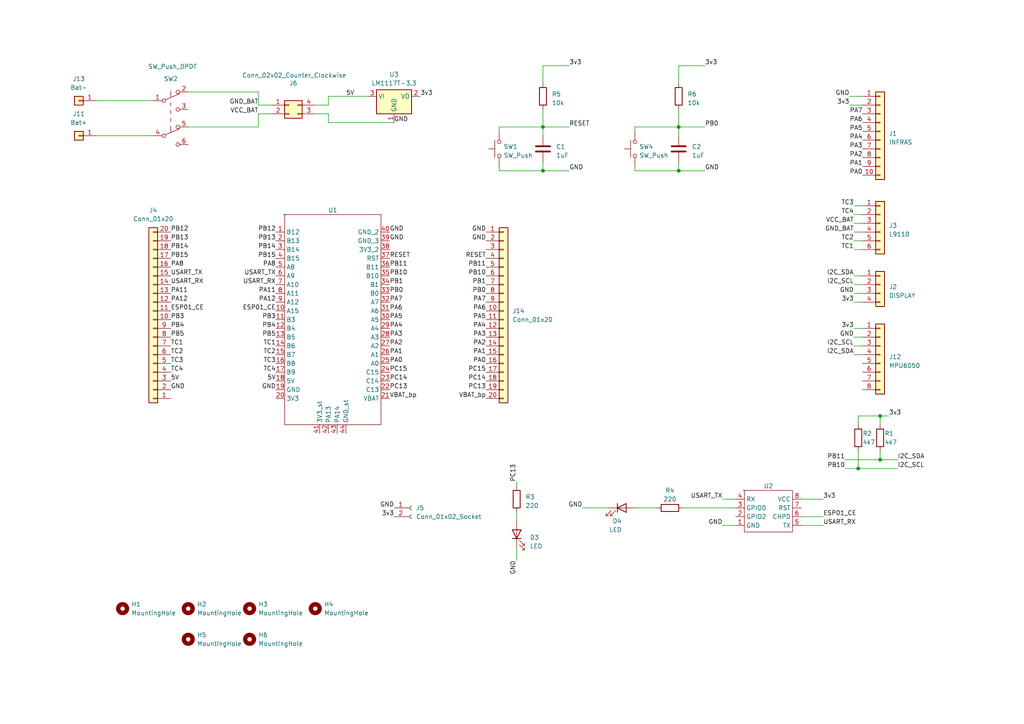
<source format=kicad_sch>
(kicad_sch (version 20231120) (generator "eeschema") (generator_version "8.0")
  (paper "A4")
  (lib_symbols
    (symbol "Connector:Conn_01x02_Socket" (pin_names (offset 1.016) hide)
      (property "Reference" "J" (at 0 2.54 0))
      (property "Value" "Conn_01x02_Socket" (at 0 -5.08 0))
      (symbol "Conn_01x02_Socket_1_1"
        (arc (start 0 -2.032) (mid -0.5058 -2.54) (end 0 -3.048) (stroke (width 0.1524)))
        (polyline (pts (xy -1.27 -2.54) (xy -0.508 -2.54)) (stroke (width 0.1524)))
        (polyline (pts (xy -1.27 0) (xy -0.508 0)) (stroke (width 0.1524)))
        (arc (start 0 0.508) (mid -0.5058 0) (end 0 -0.508) (stroke (width 0.1524)))
        (pin passive line (at -5.08 0 0) (length 3.81) (name "Pin_1") (number "1"))
        (pin passive line (at -5.08 -2.54 0) (length 3.81) (name "Pin_2") (number "2"))
      )
    )
    (symbol "Connector_Generic:Conn_01x01" (pin_names (offset 1.016) hide)
      (property "Reference" "J" (at 0 2.54 0))
      (property "Value" "Conn_01x01" (at 0 -2.54 0))
      (symbol "Conn_01x01_1_1"
        (rectangle (start -1.27 0.127) (end 0 -0.127) (stroke (width 0.1524)))
        (rectangle (start -1.27 1.27) (end 1.27 -1.27) (stroke (width 0.254)) (fill (type background)))
        (pin passive line (at -5.08 0 0) (length 3.81) (name "Pin_1") (number "1"))
      )
    )
    (symbol "Connector_Generic:Conn_01x04" (pin_names (offset 1.016) hide)
      (property "Reference" "J" (at 0 5.08 0))
      (property "Value" "Conn_01x04" (at 0 -7.62 0))
      (symbol "Conn_01x04_1_1"
        (rectangle (start -1.27 -4.953) (end 0 -5.207) (stroke (width 0.1524)))
        (rectangle (start -1.27 -2.413) (end 0 -2.667) (stroke (width 0.1524)))
        (rectangle (start -1.27 0.127) (end 0 -0.127) (stroke (width 0.1524)))
        (rectangle (start -1.27 2.667) (end 0 2.413) (stroke (width 0.1524)))
        (rectangle (start -1.27 3.81) (end 1.27 -6.35) (stroke (width 0.254)) (fill (type background)))
        (pin passive line (at -5.08 2.54 0) (length 3.81) (name "Pin_1") (number "1"))
        (pin passive line (at -5.08 0 0) (length 3.81) (name "Pin_2") (number "2"))
        (pin passive line (at -5.08 -2.54 0) (length 3.81) (name "Pin_3") (number "3"))
        (pin passive line (at -5.08 -5.08 0) (length 3.81) (name "Pin_4") (number "4"))
      )
    )
    (symbol "Connector_Generic:Conn_01x06" (pin_names (offset 1.016) hide)
      (property "Reference" "J" (at 0 7.62 0))
      (property "Value" "Conn_01x06" (at 0 -10.16 0))
      (symbol "Conn_01x06_1_1"
        (rectangle (start -1.27 -7.493) (end 0 -7.747) (stroke (width 0.1524)))
        (rectangle (start -1.27 -4.953) (end 0 -5.207) (stroke (width 0.1524)))
        (rectangle (start -1.27 -2.413) (end 0 -2.667) (stroke (width 0.1524)))
        (rectangle (start -1.27 0.127) (end 0 -0.127) (stroke (width 0.1524)))
        (rectangle (start -1.27 2.667) (end 0 2.413) (stroke (width 0.1524)))
        (rectangle (start -1.27 5.207) (end 0 4.953) (stroke (width 0.1524)))
        (rectangle (start -1.27 6.35) (end 1.27 -8.89) (stroke (width 0.254)) (fill (type background)))
        (pin passive line (at -5.08 5.08 0) (length 3.81) (name "Pin_1") (number "1"))
        (pin passive line (at -5.08 2.54 0) (length 3.81) (name "Pin_2") (number "2"))
        (pin passive line (at -5.08 0 0) (length 3.81) (name "Pin_3") (number "3"))
        (pin passive line (at -5.08 -2.54 0) (length 3.81) (name "Pin_4") (number "4"))
        (pin passive line (at -5.08 -5.08 0) (length 3.81) (name "Pin_5") (number "5"))
        (pin passive line (at -5.08 -7.62 0) (length 3.81) (name "Pin_6") (number "6"))
      )
    )
    (symbol "Connector_Generic:Conn_01x08" (pin_names (offset 1.016) hide)
      (property "Reference" "J" (at 0 10.16 0))
      (property "Value" "Conn_01x08" (at 0 -12.7 0))
      (symbol "Conn_01x08_1_1"
        (rectangle (start -1.27 -10.033) (end 0 -10.287) (stroke (width 0.1524)))
        (rectangle (start -1.27 -7.493) (end 0 -7.747) (stroke (width 0.1524)))
        (rectangle (start -1.27 -4.953) (end 0 -5.207) (stroke (width 0.1524)))
        (rectangle (start -1.27 -2.413) (end 0 -2.667) (stroke (width 0.1524)))
        (rectangle (start -1.27 0.127) (end 0 -0.127) (stroke (width 0.1524)))
        (rectangle (start -1.27 2.667) (end 0 2.413) (stroke (width 0.1524)))
        (rectangle (start -1.27 5.207) (end 0 4.953) (stroke (width 0.1524)))
        (rectangle (start -1.27 7.747) (end 0 7.493) (stroke (width 0.1524)))
        (rectangle (start -1.27 8.89) (end 1.27 -11.43) (stroke (width 0.254)) (fill (type background)))
        (pin passive line (at -5.08 7.62 0) (length 3.81) (name "Pin_1") (number "1"))
        (pin passive line (at -5.08 5.08 0) (length 3.81) (name "Pin_2") (number "2"))
        (pin passive line (at -5.08 2.54 0) (length 3.81) (name "Pin_3") (number "3"))
        (pin passive line (at -5.08 0 0) (length 3.81) (name "Pin_4") (number "4"))
        (pin passive line (at -5.08 -2.54 0) (length 3.81) (name "Pin_5") (number "5"))
        (pin passive line (at -5.08 -5.08 0) (length 3.81) (name "Pin_6") (number "6"))
        (pin passive line (at -5.08 -7.62 0) (length 3.81) (name "Pin_7") (number "7"))
        (pin passive line (at -5.08 -10.16 0) (length 3.81) (name "Pin_8") (number "8"))
      )
    )
    (symbol "Connector_Generic:Conn_01x10" (pin_names (offset 1.016) hide)
      (property "Reference" "J" (at 0 12.7 0))
      (property "Value" "Conn_01x10" (at 0 -15.24 0))
      (symbol "Conn_01x10_1_1"
        (rectangle (start -1.27 -12.573) (end 0 -12.827) (stroke (width 0.1524)))
        (rectangle (start -1.27 -10.033) (end 0 -10.287) (stroke (width 0.1524)))
        (rectangle (start -1.27 -7.493) (end 0 -7.747) (stroke (width 0.1524)))
        (rectangle (start -1.27 -4.953) (end 0 -5.207) (stroke (width 0.1524)))
        (rectangle (start -1.27 -2.413) (end 0 -2.667) (stroke (width 0.1524)))
        (rectangle (start -1.27 0.127) (end 0 -0.127) (stroke (width 0.1524)))
        (rectangle (start -1.27 2.667) (end 0 2.413) (stroke (width 0.1524)))
        (rectangle (start -1.27 5.207) (end 0 4.953) (stroke (width 0.1524)))
        (rectangle (start -1.27 7.747) (end 0 7.493) (stroke (width 0.1524)))
        (rectangle (start -1.27 10.287) (end 0 10.033) (stroke (width 0.1524)))
        (rectangle (start -1.27 11.43) (end 1.27 -13.97) (stroke (width 0.254)) (fill (type background)))
        (pin passive line (at -5.08 10.16 0) (length 3.81) (name "Pin_1") (number "1"))
        (pin passive line (at -5.08 -12.7 0) (length 3.81) (name "Pin_10") (number "10"))
        (pin passive line (at -5.08 7.62 0) (length 3.81) (name "Pin_2") (number "2"))
        (pin passive line (at -5.08 5.08 0) (length 3.81) (name "Pin_3") (number "3"))
        (pin passive line (at -5.08 2.54 0) (length 3.81) (name "Pin_4") (number "4"))
        (pin passive line (at -5.08 0 0) (length 3.81) (name "Pin_5") (number "5"))
        (pin passive line (at -5.08 -2.54 0) (length 3.81) (name "Pin_6") (number "6"))
        (pin passive line (at -5.08 -5.08 0) (length 3.81) (name "Pin_7") (number "7"))
        (pin passive line (at -5.08 -7.62 0) (length 3.81) (name "Pin_8") (number "8"))
        (pin passive line (at -5.08 -10.16 0) (length 3.81) (name "Pin_9") (number "9"))
      )
    )
    (symbol "Connector_Generic:Conn_01x20" (pin_names (offset 1.016) hide)
      (property "Reference" "J" (at 0 25.4 0))
      (property "Value" "Conn_01x20" (at 0 -27.94 0))
      (symbol "Conn_01x20_1_1"
        (rectangle (start -1.27 -25.273) (end 0 -25.527) (stroke (width 0.1524)))
        (rectangle (start -1.27 -22.733) (end 0 -22.987) (stroke (width 0.1524)))
        (rectangle (start -1.27 -20.193) (end 0 -20.447) (stroke (width 0.1524)))
        (rectangle (start -1.27 -17.653) (end 0 -17.907) (stroke (width 0.1524)))
        (rectangle (start -1.27 -15.113) (end 0 -15.367) (stroke (width 0.1524)))
        (rectangle (start -1.27 -12.573) (end 0 -12.827) (stroke (width 0.1524)))
        (rectangle (start -1.27 -10.033) (end 0 -10.287) (stroke (width 0.1524)))
        (rectangle (start -1.27 -7.493) (end 0 -7.747) (stroke (width 0.1524)))
        (rectangle (start -1.27 -4.953) (end 0 -5.207) (stroke (width 0.1524)))
        (rectangle (start -1.27 -2.413) (end 0 -2.667) (stroke (width 0.1524)))
        (rectangle (start -1.27 0.127) (end 0 -0.127) (stroke (width 0.1524)))
        (rectangle (start -1.27 2.667) (end 0 2.413) (stroke (width 0.1524)))
        (rectangle (start -1.27 5.207) (end 0 4.953) (stroke (width 0.1524)))
        (rectangle (start -1.27 7.747) (end 0 7.493) (stroke (width 0.1524)))
        (rectangle (start -1.27 10.287) (end 0 10.033) (stroke (width 0.1524)))
        (rectangle (start -1.27 12.827) (end 0 12.573) (stroke (width 0.1524)))
        (rectangle (start -1.27 15.367) (end 0 15.113) (stroke (width 0.1524)))
        (rectangle (start -1.27 17.907) (end 0 17.653) (stroke (width 0.1524)))
        (rectangle (start -1.27 20.447) (end 0 20.193) (stroke (width 0.1524)))
        (rectangle (start -1.27 22.987) (end 0 22.733) (stroke (width 0.1524)))
        (rectangle (start -1.27 24.13) (end 1.27 -26.67) (stroke (width 0.254)) (fill (type background)))
        (pin passive line (at -5.08 22.86 0) (length 3.81) (name "Pin_1") (number "1"))
        (pin passive line (at -5.08 0 0) (length 3.81) (name "Pin_10") (number "10"))
        (pin passive line (at -5.08 -2.54 0) (length 3.81) (name "Pin_11") (number "11"))
        (pin passive line (at -5.08 -5.08 0) (length 3.81) (name "Pin_12") (number "12"))
        (pin passive line (at -5.08 -7.62 0) (length 3.81) (name "Pin_13") (number "13"))
        (pin passive line (at -5.08 -10.16 0) (length 3.81) (name "Pin_14") (number "14"))
        (pin passive line (at -5.08 -12.7 0) (length 3.81) (name "Pin_15") (number "15"))
        (pin passive line (at -5.08 -15.24 0) (length 3.81) (name "Pin_16") (number "16"))
        (pin passive line (at -5.08 -17.78 0) (length 3.81) (name "Pin_17") (number "17"))
        (pin passive line (at -5.08 -20.32 0) (length 3.81) (name "Pin_18") (number "18"))
        (pin passive line (at -5.08 -22.86 0) (length 3.81) (name "Pin_19") (number "19"))
        (pin passive line (at -5.08 20.32 0) (length 3.81) (name "Pin_2") (number "2"))
        (pin passive line (at -5.08 -25.4 0) (length 3.81) (name "Pin_20") (number "20"))
        (pin passive line (at -5.08 17.78 0) (length 3.81) (name "Pin_3") (number "3"))
        (pin passive line (at -5.08 15.24 0) (length 3.81) (name "Pin_4") (number "4"))
        (pin passive line (at -5.08 12.7 0) (length 3.81) (name "Pin_5") (number "5"))
        (pin passive line (at -5.08 10.16 0) (length 3.81) (name "Pin_6") (number "6"))
        (pin passive line (at -5.08 7.62 0) (length 3.81) (name "Pin_7") (number "7"))
        (pin passive line (at -5.08 5.08 0) (length 3.81) (name "Pin_8") (number "8"))
        (pin passive line (at -5.08 2.54 0) (length 3.81) (name "Pin_9") (number "9"))
      )
    )
    (symbol "Connector_Generic:Conn_02x02_Counter_Clockwise" (pin_names (offset 1.016) hide)
      (property "Reference" "J" (at 1.27 2.54 0))
      (property "Value" "Conn_02x02_Counter_Clockwise" (at 1.27 -5.08 0))
      (symbol "Conn_02x02_Counter_Clockwise_1_1"
        (rectangle (start -1.27 -2.413) (end 0 -2.667) (stroke (width 0.1524)))
        (rectangle (start -1.27 0.127) (end 0 -0.127) (stroke (width 0.1524)))
        (rectangle (start -1.27 1.27) (end 3.81 -3.81) (stroke (width 0.254)) (fill (type background)))
        (rectangle (start 3.81 -2.413) (end 2.54 -2.667) (stroke (width 0.1524)))
        (rectangle (start 3.81 0.127) (end 2.54 -0.127) (stroke (width 0.1524)))
        (pin passive line (at -5.08 0 0) (length 3.81) (name "Pin_1") (number "1"))
        (pin passive line (at -5.08 -2.54 0) (length 3.81) (name "Pin_2") (number "2"))
        (pin passive line (at 7.62 -2.54 180) (length 3.81) (name "Pin_3") (number "3"))
        (pin passive line (at 7.62 0 180) (length 3.81) (name "Pin_4") (number "4"))
      )
    )
    (symbol "Device:C" (pin_numbers hide) (pin_names (offset 0.254))
      (property "Reference" "C" (at 0.635 2.54 0))
      (property "Value" "C" (at 0.635 -2.54 0))
      (symbol "C_0_1"
        (polyline (pts (xy -2.032 -0.762) (xy 2.032 -0.762)) (stroke (width 0.508)))
        (polyline (pts (xy -2.032 0.762) (xy 2.032 0.762)) (stroke (width 0.508)))
      )
      (symbol "C_1_1"
        (pin passive line (at 0 3.81 270) (length 2.794) (name "~") (number "1"))
        (pin passive line (at 0 -3.81 90) (length 2.794) (name "~") (number "2"))
      )
    )
    (symbol "Device:LED" (pin_numbers hide) (pin_names (offset 1.016) hide)
      (property "Reference" "D" (at 0 2.54 0))
      (property "Value" "LED" (at 0 -2.54 0))
      (symbol "LED_0_1"
        (polyline (pts (xy -1.27 -1.27) (xy -1.27 1.27)) (stroke (width 0.254)))
        (polyline (pts (xy -1.27 0) (xy 1.27 0)))
        (polyline (pts (xy 1.27 -1.27) (xy 1.27 1.27) (xy -1.27 0) (xy 1.27 -1.27)) (stroke (width 0.254)))
        (polyline (pts (xy -3.048 -0.762) (xy -4.572 -2.286) (xy -3.81 -2.286) (xy -4.572 -2.286) (xy -4.572 -1.524)))
        (polyline (pts (xy -1.778 -0.762) (xy -3.302 -2.286) (xy -2.54 -2.286) (xy -3.302 -2.286) (xy -3.302 -1.524)))
      )
      (symbol "LED_1_1"
        (pin passive line (at -3.81 0 0) (length 2.54) (name "K") (number "1"))
        (pin passive line (at 3.81 0 180) (length 2.54) (name "A") (number "2"))
      )
    )
    (symbol "Device:R" (pin_numbers hide) (pin_names (offset 0))
      (property "Reference" "R" (at 2.032 0 90))
      (property "Value" "R" (at 0 0 90))
      (symbol "R_0_1"
        (rectangle (start -1.016 -2.54) (end 1.016 2.54) (stroke (width 0.254)))
      )
      (symbol "R_1_1"
        (pin passive line (at 0 3.81 270) (length 1.27) (name "~") (number "1"))
        (pin passive line (at 0 -3.81 90) (length 1.27) (name "~") (number "2"))
      )
    )
    (symbol "German:MountingHole" (pin_names (offset 1.016))
      (property "Reference" "H" (at 0 5.08 0))
      (property "Value" "MountingHole" (at 0 3.175 0))
      (symbol "MountingHole_0_1"
        (circle (center 0 0) (radius 1.27) (stroke (width 1.27)))
      )
    )
    (symbol "Regulator_Linear:LM1117T-3.3"
      (property "Reference" "U" (at -3.81 3.175 0))
      (property "Value" "LM1117T-3.3" (at 0 3.175 0))
      (symbol "LM1117T-3.3_0_1"
        (rectangle (start -5.08 -5.08) (end 5.08 1.905) (stroke (width 0.254)) (fill (type background)))
      )
      (symbol "LM1117T-3.3_1_1"
        (pin power_in line (at 0 -7.62 90) (length 2.54) (name "GND") (number "1"))
        (pin power_out line (at 7.62 0 180) (length 2.54) (name "VO") (number "2"))
        (pin power_in line (at -7.62 0 0) (length 2.54) (name "VI") (number "3"))
      )
    )
    (symbol "SebaRe:Bluepill"
      (property "Reference" "U1" (at 13.97 1.27 0))
      (property "Value" "~" (at 0 0 0))
      (symbol "Bluepill_0_1"
        (rectangle (start 0 0) (end 27.94 -60.96))
      )
      (symbol "Bluepill_1_1"
        (pin bidirectional line (at -2.54 -5.08 0) (length 2.54) (name "B12") (number "1"))
        (pin bidirectional line (at -2.54 -27.94 0) (length 2.54) (name "A15") (number "10"))
        (pin bidirectional line (at -2.54 -30.48 0) (length 2.54) (name "B3") (number "11"))
        (pin bidirectional line (at -2.54 -33.02 0) (length 2.54) (name "B4") (number "12"))
        (pin bidirectional line (at -2.54 -35.56 0) (length 2.54) (name "B5") (number "13"))
        (pin bidirectional line (at -2.54 -38.1 0) (length 2.54) (name "B6") (number "14"))
        (pin bidirectional line (at -2.54 -40.64 0) (length 2.54) (name "B7") (number "15"))
        (pin bidirectional line (at -2.54 -43.18 0) (length 2.54) (name "B8") (number "16"))
        (pin bidirectional line (at -2.54 -45.72 0) (length 2.54) (name "B9") (number "17"))
        (pin bidirectional line (at -2.54 -48.26 0) (length 2.54) (name "5V") (number "18"))
        (pin bidirectional line (at -2.54 -50.8 0) (length 2.54) (name "GND") (number "19"))
        (pin bidirectional line (at -2.54 -7.62 0) (length 2.54) (name "B13") (number "2"))
        (pin bidirectional line (at -2.54 -53.34 0) (length 2.54) (name "3V3") (number "20"))
        (pin bidirectional line (at 30.48 -53.34 180) (length 2.54) (name "VBAT") (number "21"))
        (pin bidirectional line (at 30.48 -50.8 180) (length 2.54) (name "C13") (number "22"))
        (pin bidirectional line (at 30.48 -48.26 180) (length 2.54) (name "C14") (number "23"))
        (pin bidirectional line (at 30.48 -45.72 180) (length 2.54) (name "C15") (number "24"))
        (pin bidirectional line (at 30.48 -43.18 180) (length 2.54) (name "A0") (number "25"))
        (pin bidirectional line (at 30.48 -40.64 180) (length 2.54) (name "A1") (number "26"))
        (pin bidirectional line (at 30.48 -38.1 180) (length 2.54) (name "A2") (number "27"))
        (pin bidirectional line (at 30.48 -35.56 180) (length 2.54) (name "A3") (number "28"))
        (pin bidirectional line (at 30.48 -33.02 180) (length 2.54) (name "A4") (number "29"))
        (pin bidirectional line (at -2.54 -10.16 0) (length 2.54) (name "B14") (number "3"))
        (pin bidirectional line (at 30.48 -30.48 180) (length 2.54) (name "A5") (number "30"))
        (pin bidirectional line (at 30.48 -27.94 180) (length 2.54) (name "A6") (number "31"))
        (pin bidirectional line (at 30.48 -25.4 180) (length 2.54) (name "A7") (number "32"))
        (pin bidirectional line (at 30.48 -22.86 180) (length 2.54) (name "B0") (number "33"))
        (pin bidirectional line (at 30.48 -20.32 180) (length 2.54) (name "B1") (number "34"))
        (pin bidirectional line (at 30.48 -17.78 180) (length 2.54) (name "B10") (number "35"))
        (pin bidirectional line (at 30.48 -15.24 180) (length 2.54) (name "B11") (number "36"))
        (pin bidirectional line (at 30.48 -12.7 180) (length 2.54) (name "RST") (number "37"))
        (pin bidirectional line (at 30.48 -10.16 180) (length 2.54) (name "3V3_2") (number "38"))
        (pin bidirectional line (at 30.48 -7.62 180) (length 2.54) (name "GND_3") (number "39"))
        (pin bidirectional line (at -2.54 -12.7 0) (length 2.54) (name "B15") (number "4"))
        (pin bidirectional line (at 30.48 -5.08 180) (length 2.54) (name "GND_2") (number "40"))
        (pin bidirectional line (at 10.16 -63.5 90) (length 2.54) (name "3V3_st") (number "41"))
        (pin bidirectional line (at 12.7 -63.5 90) (length 2.54) (name "PA13") (number "42"))
        (pin bidirectional line (at 15.24 -63.5 90) (length 2.54) (name "PA14") (number "43"))
        (pin bidirectional line (at 17.78 -63.5 90) (length 2.54) (name "GND_st") (number "44"))
        (pin bidirectional line (at -2.54 -15.24 0) (length 2.54) (name "A8") (number "5"))
        (pin bidirectional line (at -2.54 -17.78 0) (length 2.54) (name "A9") (number "6"))
        (pin bidirectional line (at -2.54 -20.32 0) (length 2.54) (name "A10") (number "7"))
        (pin bidirectional line (at -2.54 -22.86 0) (length 2.54) (name "A11") (number "8"))
        (pin bidirectional line (at -2.54 -25.4 0) (length 2.54) (name "A12") (number "9"))
      )
    )
    (symbol "SebaRe:ESP01"
      (property "Reference" "U" (at 0 1.27 0))
      (symbol "ESP01_0_1"
        (rectangle (start 0 0) (end 13.97 -12.065))
      )
      (symbol "ESP01_1_1"
        (pin bidirectional line (at -2.54 -10.16 0) (length 2.54) (name "GND") (number "1"))
        (pin bidirectional line (at -2.54 -7.62 0) (length 2.54) (name "GPIO2") (number "2"))
        (pin bidirectional line (at -2.54 -5.08 0) (length 2.54) (name "GPIO0") (number "3"))
        (pin bidirectional line (at -2.54 -2.54 0) (length 2.54) (name "RX") (number "4"))
        (pin bidirectional line (at 16.51 -10.16 180) (length 2.54) (name "TX") (number "5"))
        (pin bidirectional line (at 16.51 -7.62 180) (length 2.54) (name "CHPD") (number "6"))
        (pin bidirectional line (at 16.51 -5.08 180) (length 2.54) (name "RST") (number "7"))
        (pin bidirectional line (at 16.51 -2.54 180) (length 2.54) (name "VCC") (number "8"))
      )
    )
    (symbol "Switch:SW_Push" (pin_numbers hide) (pin_names (offset 1.016) hide)
      (property "Reference" "SW" (at 1.27 2.54 0))
      (property "Value" "SW_Push" (at 0 -1.524 0))
      (symbol "SW_Push_0_1"
        (circle (center -2.032 0) (radius 0.508))
        (polyline (pts (xy 0 1.27) (xy 0 3.048)))
        (polyline (pts (xy 2.54 1.27) (xy -2.54 1.27)))
        (circle (center 2.032 0) (radius 0.508))
        (pin passive line (at -5.08 0 0) (length 2.54) (name "1") (number "1"))
        (pin passive line (at 5.08 0 180) (length 2.54) (name "2") (number "2"))
      )
    )
    (symbol "Switch:SW_Push_DPDT" (pin_names (offset 0) hide)
      (property "Reference" "SW2" (at 0 11.43 0))
      (property "Value" "SW_Push_DPDT" (at 0.508 14.986 0))
      (symbol "SW_Push_DPDT_0_0"
        (circle (center -2.032 -5.08) (radius 0.508))
        (circle (center -2.032 5.08) (radius 0.508))
        (circle (center 2.032 -7.62) (radius 0.508))
        (circle (center 2.032 2.54) (radius 0.508))
      )
      (symbol "SW_Push_DPDT_0_1"
        (polyline (pts (xy -1.524 -4.826) (xy 2.54 -3.048)))
        (polyline (pts (xy -1.524 5.334) (xy 2.54 7.112)))
        (polyline (pts (xy 0 -2.286) (xy 0 -4.064)))
        (polyline (pts (xy 0 -1.016) (xy 0 0)))
        (polyline (pts (xy 0 1.27) (xy 0 2.286)))
        (polyline (pts (xy 0 3.556) (xy 0 4.572)))
        (polyline (pts (xy 0 7.874) (xy 0 6.096)))
        (circle (center 2.032 -2.54) (radius 0.508))
        (circle (center 2.032 7.62) (radius 0.508))
      )
      (symbol "SW_Push_DPDT_1_1"
        (pin passive line (at -5.08 5.08 0) (length 2.54) (name "B") (number "1"))
        (pin passive line (at 5.08 7.62 180) (length 2.54) (name "A") (number "2"))
        (pin passive line (at 5.08 2.54 180) (length 2.54) (name "C") (number "3"))
        (pin passive line (at -5.08 -5.08 0) (length 2.54) (name "B") (number "4"))
        (pin passive line (at 5.08 -2.54 180) (length 2.54) (name "A") (number "5"))
        (pin passive line (at 5.08 -7.62 180) (length 2.54) (name "C") (number "6"))
      )
    )
  )
  (junction (at 196.85 36.83))
  (junction (at 248.92 135.89))
  (junction (at 196.85 49.53))
  (junction (at 255.27 120.65))
  (junction (at 157.48 36.83))
  (junction (at 255.27 133.35))
  (junction (at 157.48 49.53))
  (wire (pts (xy 247.65 69.85) (xy 250.19 69.85)))
  (wire (pts (xy 209.55 152.4) (xy 213.36 152.4)))
  (wire (pts (xy 198.12 147.32) (xy 213.36 147.32)))
  (wire (pts (xy 54.61 36.83) (xy 74.93 36.83)))
  (wire (pts (xy 255.27 120.65) (xy 248.92 120.65)))
  (wire (pts (xy 247.65 95.25) (xy 250.19 95.25)))
  (wire (pts (xy 247.65 102.87) (xy 250.19 102.87)))
  (wire (pts (xy 165.1 36.83) (xy 157.48 36.83)))
  (wire (pts (xy 248.92 135.89) (xy 260.35 135.89)))
  (wire (pts (xy 247.65 100.33) (xy 250.19 100.33)))
  (wire (pts (xy 246.38 27.94) (xy 250.19 27.94)))
  (wire (pts (xy 74.93 26.67) (xy 74.93 30.48)))
  (wire (pts (xy 157.48 19.05) (xy 157.48 24.13)))
  (wire (pts (xy 95.25 30.48) (xy 95.25 27.94)))
  (wire (pts (xy 91.44 33.02) (xy 95.25 33.02)))
  (wire (pts (xy 248.92 130.81) (xy 248.92 135.89)))
  (wire (pts (xy 257.81 120.65) (xy 255.27 120.65)))
  (wire (pts (xy 184.15 49.53) (xy 196.85 49.53)))
  (wire (pts (xy 245.11 135.89) (xy 248.92 135.89)))
  (wire (pts (xy 149.86 139.7) (xy 149.86 140.97)))
  (wire (pts (xy 74.93 33.02) (xy 74.93 36.83)))
  (wire (pts (xy 184.15 36.83) (xy 196.85 36.83)))
  (wire (pts (xy 247.65 64.77) (xy 250.19 64.77)))
  (wire (pts (xy 95.25 27.94) (xy 106.68 27.94)))
  (wire (pts (xy 246.38 30.48) (xy 250.19 30.48)))
  (wire (pts (xy 196.85 31.75) (xy 196.85 36.83)))
  (wire (pts (xy 144.78 36.83) (xy 144.78 38.1)))
  (wire (pts (xy 184.15 147.32) (xy 190.5 147.32)))
  (wire (pts (xy 245.11 133.35) (xy 255.27 133.35)))
  (wire (pts (xy 144.78 36.83) (xy 157.48 36.83)))
  (wire (pts (xy 157.48 46.99) (xy 157.48 49.53)))
  (wire (pts (xy 247.65 85.09) (xy 250.19 85.09)))
  (wire (pts (xy 247.65 72.39) (xy 250.19 72.39)))
  (wire (pts (xy 157.48 31.75) (xy 157.48 36.83)))
  (wire (pts (xy 184.15 48.26) (xy 184.15 49.53)))
  (wire (pts (xy 196.85 36.83) (xy 196.85 39.37)))
  (wire (pts (xy 196.85 46.99) (xy 196.85 49.53)))
  (wire (pts (xy 27.94 39.37) (xy 44.45 39.37)))
  (wire (pts (xy 255.27 133.35) (xy 260.35 133.35)))
  (wire (pts (xy 157.48 36.83) (xy 157.48 39.37)))
  (wire (pts (xy 255.27 120.65) (xy 255.27 123.19)))
  (wire (pts (xy 247.65 97.79) (xy 250.19 97.79)))
  (wire (pts (xy 204.47 49.53) (xy 196.85 49.53)))
  (wire (pts (xy 78.74 33.02) (xy 74.93 33.02)))
  (wire (pts (xy 247.65 87.63) (xy 250.19 87.63)))
  (wire (pts (xy 196.85 19.05) (xy 196.85 24.13)))
  (wire (pts (xy 149.86 162.56) (xy 149.86 158.75)))
  (wire (pts (xy 95.25 33.02) (xy 95.25 35.56)))
  (wire (pts (xy 149.86 148.59) (xy 149.86 151.13)))
  (wire (pts (xy 27.94 29.21) (xy 44.45 29.21)))
  (wire (pts (xy 204.47 19.05) (xy 196.85 19.05)))
  (wire (pts (xy 165.1 49.53) (xy 157.48 49.53)))
  (wire (pts (xy 238.76 152.4) (xy 232.41 152.4)))
  (wire (pts (xy 238.76 144.78) (xy 232.41 144.78)))
  (wire (pts (xy 204.47 36.83) (xy 196.85 36.83)))
  (wire (pts (xy 78.74 30.48) (xy 74.93 30.48)))
  (wire (pts (xy 247.65 67.31) (xy 250.19 67.31)))
  (wire (pts (xy 165.1 19.05) (xy 157.48 19.05)))
  (wire (pts (xy 209.55 144.78) (xy 213.36 144.78)))
  (wire (pts (xy 144.78 49.53) (xy 157.48 49.53)))
  (wire (pts (xy 247.65 80.01) (xy 250.19 80.01)))
  (wire (pts (xy 144.78 48.26) (xy 144.78 49.53)))
  (wire (pts (xy 184.15 36.83) (xy 184.15 38.1)))
  (wire (pts (xy 54.61 26.67) (xy 74.93 26.67)))
  (wire (pts (xy 247.65 82.55) (xy 250.19 82.55)))
  (wire (pts (xy 247.65 59.69) (xy 250.19 59.69)))
  (wire (pts (xy 247.65 62.23) (xy 250.19 62.23)))
  (wire (pts (xy 255.27 130.81) (xy 255.27 133.35)))
  (wire (pts (xy 238.76 149.86) (xy 232.41 149.86)))
  (wire (pts (xy 91.44 30.48) (xy 95.25 30.48)))
  (wire (pts (xy 95.25 35.56) (xy 114.3 35.56)))
  (wire (pts (xy 248.92 120.65) (xy 248.92 123.19)))
  (wire (pts (xy 168.91 147.32) (xy 176.53 147.32)))
  (label "PB4" (at 80.01 95.25 180))
  (label "PA2" (at 140.97 100.33 180))
  (label "PA4" (at 140.97 95.25 180))
  (label "3v3" (at 247.65 95.25 180))
  (label "PA0" (at 250.19 50.8 180))
  (label "TC3" (at 247.65 59.69 180))
  (label "PA8" (at 80.01 77.47 180))
  (label "PB5" (at 80.01 97.79 180))
  (label "I2C_SDA" (at 247.65 80.01 180))
  (label "GND" (at 114.3 147.32 180))
  (label "3v3" (at 204.47 19.05 0))
  (label "TC1" (at 49.53 100.33 0))
  (label "PB3" (at 49.53 92.71 0))
  (label "RESET" (at 113.03 74.93 0))
  (label "PA4" (at 113.03 95.25 0))
  (label "GND" (at 113.03 67.31 0))
  (label "GND" (at 113.03 69.85 0))
  (label "3v3" (at 238.76 144.78 0))
  (label "I2C_SCL" (at 260.35 135.89 0))
  (label "PB0" (at 140.97 85.09 180))
  (label "TC3" (at 80.01 105.41 180))
  (label "PC13" (at 140.97 113.03 180))
  (label "ESP01_CE" (at 80.01 90.17 180))
  (label "TC4" (at 49.53 107.95 0))
  (label "3v3" (at 165.1 19.05 0))
  (label "PC14" (at 113.03 110.49 0))
  (label "3v3" (at 114.3 149.86 180))
  (label "GND" (at 165.1 49.53 0))
  (label "I2C_SDA" (at 247.65 102.87 180))
  (label "VBAT_bp" (at 140.97 115.57 180))
  (label "3v3" (at 247.65 87.63 180))
  (label "TC4" (at 80.01 107.95 180))
  (label "GND" (at 246.38 27.94 180))
  (label "GND" (at 114.3 35.56 0))
  (label "PB10" (at 140.97 80.01 180))
  (label "PA7" (at 140.97 87.63 180))
  (label "PA4" (at 250.19 40.64 180))
  (label "PB11" (at 113.03 77.47 0))
  (label "PA8" (at 49.53 77.47 0))
  (label "PA0" (at 113.03 105.41 0))
  (label "PB11" (at 140.97 77.47 180))
  (label "PA6" (at 140.97 90.17 180))
  (label "GND" (at 49.53 113.03 0))
  (label "USART_RX" (at 238.76 152.4 0))
  (label "5V" (at 49.53 110.49 0))
  (label "PB13" (at 80.01 69.85 180))
  (label "PA3" (at 140.97 97.79 180))
  (label "I2C_SDA" (at 260.35 133.35 0))
  (label "PB5" (at 49.53 97.79 0))
  (label "ESP01_CE" (at 238.76 149.86 0))
  (label "PA1" (at 113.03 102.87 0))
  (label "PA5" (at 113.03 92.71 0))
  (label "VCC_BAT" (at 247.65 64.77 180))
  (label "PB14" (at 80.01 72.39 180))
  (label "PB4" (at 49.53 95.25 0))
  (label "PB15" (at 80.01 74.93 180))
  (label "TC1" (at 247.65 72.39 180))
  (label "PA3" (at 250.19 43.18 180))
  (label "3v3" (at 257.81 120.65 0))
  (label "5V" (at 100.33 27.94 0))
  (label "PB0" (at 113.03 85.09 0))
  (label "TC2" (at 80.01 102.87 180))
  (label "TC2" (at 49.53 102.87 0))
  (label "PA11" (at 80.01 85.09 180))
  (label "PB15" (at 49.53 74.93 0))
  (label "PC13" (at 149.86 139.7 90))
  (label "PB1" (at 113.03 82.55 0))
  (label "PA7" (at 113.03 87.63 0))
  (label "USART_TX" (at 80.01 80.01 180))
  (label "GND" (at 247.65 85.09 180))
  (label "GND" (at 140.97 69.85 180))
  (label "VCC_BAT" (at 74.93 33.02 180))
  (label "PA1" (at 250.19 48.26 180))
  (label "3v3" (at 121.92 27.94 0))
  (label "PA0" (at 140.97 105.41 180))
  (label "GND" (at 209.55 152.4 180))
  (label "VBAT_bp" (at 113.03 115.57 0))
  (label "PB10" (at 113.03 80.01 0))
  (label "TC3" (at 49.53 105.41 0))
  (label "GND" (at 247.65 97.79 180))
  (label "TC1" (at 80.01 100.33 180))
  (label "TC2" (at 247.65 69.85 180))
  (label "PB13" (at 49.53 69.85 0))
  (label "PB10" (at 245.11 135.89 180))
  (label "PB12" (at 49.53 67.31 0))
  (label "PB11" (at 245.11 133.35 180))
  (label "PA3" (at 113.03 97.79 0))
  (label "PA2" (at 250.19 45.72 180))
  (label "GND_BAT" (at 247.65 67.31 180))
  (label "PA12" (at 49.53 87.63 0))
  (label "PA7" (at 250.19 33.02 180))
  (label "I2C_SCL" (at 247.65 100.33 180))
  (label "PC13" (at 113.03 113.03 0))
  (label "GND" (at 168.91 147.32 180))
  (label "GND" (at 140.97 67.31 180))
  (label "3v3" (at 246.38 30.48 180))
  (label "USART_RX" (at 49.53 82.55 0))
  (label "PC15" (at 113.03 107.95 0))
  (label "USART_TX" (at 209.55 144.78 180))
  (label "PB3" (at 80.01 92.71 180))
  (label "PA1" (at 140.97 102.87 180))
  (label "ESP01_CE" (at 49.53 90.17 0))
  (label "PA6" (at 113.03 90.17 0))
  (label "PC15" (at 140.97 107.95 180))
  (label "PC14" (at 140.97 110.49 180))
  (label "PA2" (at 113.03 100.33 0))
  (label "GND" (at 204.47 49.53 0))
  (label "PB12" (at 80.01 67.31 180))
  (label "GND_BAT" (at 74.93 30.48 180))
  (label "GND" (at 149.86 162.56 270))
  (label "PA6" (at 250.19 35.56 180))
  (label "RESET" (at 165.1 36.83 0))
  (label "PB1" (at 140.97 82.55 180))
  (label "PB0" (at 204.47 36.83 0))
  (label "TC4" (at 247.65 62.23 180))
  (label "USART_RX" (at 80.01 82.55 180))
  (label "USART_TX" (at 49.53 80.01 0))
  (label "PA11" (at 49.53 85.09 0))
  (label "RESET" (at 140.97 74.93 180))
  (label "PA12" (at 80.01 87.63 180))
  (label "5V" (at 80.01 110.49 180))
  (label "PA5" (at 250.19 38.1 180))
  (label "GND" (at 80.01 113.03 180))
  (label "PA5" (at 140.97 92.71 180))
  (label "I2C_SCL" (at 247.65 82.55 180))
  (label "PB14" (at 49.53 72.39 0))
  (symbol (lib_id "Connector_Generic:Conn_01x20") (at 44.45 92.71 180) (unit 1)
    (property "Reference" "J4" (at 44.45 60.96 0))
    (property "Value" "Conn_01x20" (at 44.45 63.5 0))
    (property "Footprint" "Connector_PinSocket_2.54mm:PinSocket_1x20_P2.54mm_Vertical" (effects (hide yes)))
    (property "Description" "Generic connector, single row, 01x20, script generated (kicad-library-utils/schlib/autogen/connector/)" (effects (hide yes)))
  )
  (symbol (lib_id "Regulator_Linear:LM1117T-3.3") (at 114.3 27.94 0) (unit 1)
    (property "Reference" "U3" (at 114.3 21.59 0))
    (property "Value" "LM1117T-3.3" (at 114.3 24.13 0))
    (property "Footprint" "Package_TO_SOT_THT:TO-220-3_Vertical" (effects (hide yes)))
    (property "Datasheet" "http://www.ti.com/lit/ds/symlink/lm1117.pdf" (effects (hide yes)))
    (property "Description" "800mA Low-Dropout Linear Regulator, 3.3V fixed output, TO-220" (effects (hide yes)))
  )
  (symbol (lib_id "Connector_Generic:Conn_01x01") (at 22.86 39.37 0) (mirror y) (unit 1)
    (property "Reference" "J11" (at 22.86 33.02 0))
    (property "Value" "Bat+" (at 22.86 35.56 0))
    (property "Footprint" "Connector_PinSocket_2.54mm:PinSocket_1x01_P2.54mm_Vertical" (effects (hide yes)))
    (property "Description" "Generic connector, single row, 01x01, script generated (kicad-library-utils/schlib/autogen/connector/)" (effects (hide yes)))
  )
  (symbol (lib_id "German:MountingHole") (at 54.61 185.42 0) (unit 1)
    (property "Reference" "H5" (at 57.15 184.1499 0) (effects (justify left)))
    (property "Value" "MountingHole" (at 57.15 186.6899 0) (effects (justify left)))
    (property "Footprint" "MountingHole:MountingHole_3.2mm_M3" (effects (hide yes)))
    (property "Description" "Mounting Hole without connection" (effects (hide yes)))
  )
  (symbol (lib_id "German:MountingHole") (at 91.44 176.53 0) (unit 1)
    (property "Reference" "H4" (at 93.98 175.2599 0) (effects (justify left)))
    (property "Value" "MountingHole" (at 93.98 177.7999 0) (effects (justify left)))
    (property "Footprint" "MountingHole:MountingHole_3.2mm_M3" (effects (hide yes)))
    (property "Description" "Mounting Hole without connection" (effects (hide yes)))
  )
  (symbol (lib_id "Connector:Conn_01x02_Socket") (at 119.38 147.32 0) (unit 1)
    (property "Reference" "J5" (at 120.65 147.3199 0) (effects (justify left)))
    (property "Value" "Conn_01x02_Socket" (at 120.65 149.8599 0) (effects (justify left)))
    (property "Footprint" "Connector_PinSocket_2.54mm:PinSocket_1x02_P2.54mm_Vertical" (effects (hide yes)))
    (property "Description" "Generic connector, single row, 01x02, script generated" (effects (hide yes)))
  )
  (symbol (lib_id "Connector_Generic:Conn_01x20") (at 146.05 90.17 0) (unit 1)
    (property "Reference" "J14" (at 148.59 90.1699 0) (effects (justify left)))
    (property "Value" "Conn_01x20" (at 148.59 92.7099 0) (effects (justify left)))
    (property "Footprint" "Connector_PinSocket_2.54mm:PinSocket_1x20_P2.54mm_Vertical" (effects (hide yes)))
    (property "Description" "Generic connector, single row, 01x20, script generated (kicad-library-utils/schlib/autogen/connector/)" (effects (hide yes)))
  )
  (symbol (lib_id "Switch:SW_Push") (at 144.78 43.18 90) (unit 1)
    (property "Reference" "SW1" (at 146.05 42.545 90) (effects (justify right)))
    (property "Value" "SW_Push" (at 146.05 45.085 90) (effects (justify right)))
    (property "Footprint" "Button_Switch_THT:SW_PUSH_6mm_H4.3mm" (effects (hide yes)))
  )
  (symbol (lib_id "Device:R") (at 194.31 147.32 90) (unit 1)
    (property "Reference" "R4" (at 194.31 142.24 90))
    (property "Value" "220" (at 194.31 144.78 90))
    (property "Footprint" "Resistor_THT:R_Axial_DIN0207_L6.3mm_D2.5mm_P10.16mm_Horizontal" (effects (hide yes)))
  )
  (symbol (lib_id "Device:LED") (at 149.86 154.94 90) (unit 1)
    (property "Reference" "D3" (at 153.67 155.8925 90) (effects (justify right)))
    (property "Value" "LED" (at 153.67 158.4325 90) (effects (justify right)))
    (property "Footprint" "LED_THT:LED_D3.0mm" (effects (hide yes)))
  )
  (symbol (lib_id "Device:R") (at 255.27 127 0) (unit 1)
    (property "Reference" "R1" (at 256.54 125.73 0) (effects (justify left)))
    (property "Value" "4k7" (at 256.54 128.27 0) (effects (justify left)))
    (property "Footprint" "Resistor_THT:R_Axial_DIN0207_L6.3mm_D2.5mm_P10.16mm_Horizontal" (effects (hide yes)))
  )
  (symbol (lib_id "Device:C") (at 157.48 43.18 0) (unit 1)
    (property "Reference" "C1" (at 161.29 42.545 0) (effects (justify left)))
    (property "Value" "1uF" (at 161.29 45.085 0) (effects (justify left)))
    (property "Footprint" "Capacitor_THT:C_Disc_D3.8mm_W2.6mm_P2.50mm" (effects (hide yes)))
  )
  (symbol (lib_id "Switch:SW_Push") (at 184.15 43.18 90) (unit 1)
    (property "Reference" "SW4" (at 185.42 42.545 90) (effects (justify right)))
    (property "Value" "SW_Push" (at 185.42 45.085 90) (effects (justify right)))
    (property "Footprint" "Button_Switch_THT:SW_PUSH_6mm_H4.3mm" (effects (hide yes)))
  )
  (symbol (lib_id "Device:R") (at 196.85 27.94 0) (unit 1)
    (property "Reference" "R6" (at 199.39 27.305 0) (effects (justify left)))
    (property "Value" "10k" (at 199.39 29.845 0) (effects (justify left)))
    (property "Footprint" "Resistor_THT:R_Axial_DIN0207_L6.3mm_D2.5mm_P10.16mm_Horizontal" (effects (hide yes)))
  )
  (symbol (lib_id "Connector_Generic:Conn_01x06") (at 255.27 64.77 0) (unit 1)
    (property "Reference" "J3" (at 257.81 65.405 0) (effects (justify left)))
    (property "Value" "L9110" (at 257.81 67.945 0) (effects (justify left)))
    (property "Footprint" "Connector_PinSocket_2.54mm:PinSocket_1x06_P2.54mm_Vertical" (effects (hide yes)))
  )
  (symbol (lib_id "Connector_Generic:Conn_01x10") (at 255.27 38.1 0) (unit 1)
    (property "Reference" "J1" (at 257.81 38.735 0) (effects (justify left)))
    (property "Value" "INFRAS" (at 257.81 41.275 0) (effects (justify left)))
    (property "Footprint" "Connector_PinHeader_2.54mm:PinHeader_1x10_P2.54mm_Horizontal" (effects (hide yes)))
  )
  (symbol (lib_id "SebaRe:ESP01") (at 215.9 142.24 0) (unit 1)
    (property "Reference" "U2" (at 222.885 140.97 0))
    (property "Value" "~" (at 215.9 142.24 0))
    (property "Footprint" "Gabriel:XCVR_ESP8266-01_ESP-01" (effects (hide yes)))
  )
  (symbol (lib_id "German:MountingHole") (at 72.39 176.53 0) (unit 1)
    (property "Reference" "H3" (at 74.93 175.2599 0) (effects (justify left)))
    (property "Value" "MountingHole" (at 74.93 177.7999 0) (effects (justify left)))
    (property "Footprint" "MountingHole:MountingHole_3.2mm_M3" (effects (hide yes)))
    (property "Description" "Mounting Hole without connection" (effects (hide yes)))
  )
  (symbol (lib_id "Connector_Generic:Conn_02x02_Counter_Clockwise") (at 83.82 30.48 0) (unit 1)
    (property "Reference" "J6" (at 85.09 24.13 0))
    (property "Value" "Conn_02x02_Counter_Clockwise" (at 85.344 21.844 0))
    (property "Footprint" "Gabriel:MINI360Module" (effects (hide yes)))
    (property "Description" "Generic connector, double row, 02x02, counter clockwise pin numbering scheme (similar to DIP package numbering), script generated (kicad-library-utils/schlib/autogen/connector/)" (effects (hide yes)))
  )
  (symbol (lib_id "Device:LED") (at 180.34 147.32 0) (unit 1)
    (property "Reference" "D4" (at 180.34 151.13 0) (effects (justify right)))
    (property "Value" "LED" (at 180.34 153.67 0) (effects (justify right)))
    (property "Footprint" "LED_THT:LED_D3.0mm" (effects (hide yes)))
  )
  (symbol (lib_id "SebaRe:Bluepill") (at 82.55 62.23 0) (unit 1)
    (property "Reference" "U1" (at 96.52 60.96 0))
    (property "Value" "~" (at 82.55 62.23 0))
    (property "Footprint" "Gabriel:STM32BluePill" (effects (hide yes)))
  )
  (symbol (lib_id "Device:C") (at 196.85 43.18 0) (unit 1)
    (property "Reference" "C2" (at 200.66 42.545 0) (effects (justify left)))
    (property "Value" "1uF" (at 200.66 45.085 0) (effects (justify left)))
    (property "Footprint" "Capacitor_THT:C_Disc_D3.8mm_W2.6mm_P2.50mm" (effects (hide yes)))
  )
  (symbol (lib_id "Connector_Generic:Conn_01x08") (at 255.27 102.87 0) (unit 1)
    (property "Reference" "J12" (at 257.81 103.505 0) (effects (justify left)))
    (property "Value" "MPU6050" (at 257.81 106.045 0) (effects (justify left)))
    (property "Footprint" "Connector_PinSocket_2.54mm:PinSocket_1x08_P2.54mm_Vertical" (effects (hide yes)))
  )
  (symbol (lib_id "German:MountingHole") (at 35.56 176.53 0) (unit 1)
    (property "Reference" "H1" (at 38.1 175.2599 0) (effects (justify left)))
    (property "Value" "MountingHole" (at 38.1 177.7999 0) (effects (justify left)))
    (property "Footprint" "MountingHole:MountingHole_3.2mm_M3" (effects (hide yes)))
    (property "Description" "Mounting Hole without connection" (effects (hide yes)))
  )
  (symbol (lib_id "Device:R") (at 248.92 127 0) (unit 1)
    (property "Reference" "R2" (at 250.19 125.73 0) (effects (justify left)))
    (property "Value" "4k7" (at 250.19 128.27 0) (effects (justify left)))
    (property "Footprint" "Resistor_THT:R_Axial_DIN0207_L6.3mm_D2.5mm_P10.16mm_Horizontal" (effects (hide yes)))
  )
  (symbol (lib_id "Connector_Generic:Conn_01x01") (at 22.86 29.21 0) (mirror y) (unit 1)
    (property "Reference" "J13" (at 22.86 22.86 0))
    (property "Value" "Bat-" (at 22.86 25.4 0))
    (property "Footprint" "Connector_PinSocket_2.54mm:PinSocket_1x01_P2.54mm_Vertical" (effects (hide yes)))
    (property "Description" "Generic connector, single row, 01x01, script generated (kicad-library-utils/schlib/autogen/connector/)" (effects (hide yes)))
  )
  (symbol (lib_id "Connector_Generic:Conn_01x04") (at 255.27 82.55 0) (unit 1)
    (property "Reference" "J2" (at 257.81 83.185 0) (effects (justify left)))
    (property "Value" "DISPLAY" (at 257.81 85.725 0) (effects (justify left)))
    (property "Footprint" "Connector_PinSocket_2.54mm:PinSocket_1x04_P2.54mm_Vertical" (effects (hide yes)))
  )
  (symbol (lib_id "Switch:SW_Push_DPDT") (at 49.53 34.29 0) (unit 1)
    (property "Reference" "SW2" (at 49.53 22.86 0))
    (property "Value" "SW_Push_DPDT" (at 50.038 19.304 0))
    (property "Footprint" "Button_Switch_THT:SW_Push_2P2T_Toggle_CK_PVA2xxH1xxxxxxV2" (effects (hide yes)))
  )
  (symbol (lib_id "German:MountingHole") (at 72.39 185.42 0) (unit 1)
    (property "Reference" "H6" (at 74.93 184.1499 0) (effects (justify left)))
    (property "Value" "MountingHole" (at 74.93 186.6899 0) (effects (justify left)))
    (property "Footprint" "MountingHole:MountingHole_3.2mm_M3" (effects (hide yes)))
    (property "Description" "Mounting Hole without connection" (effects (hide yes)))
  )
  (symbol (lib_id "Device:R") (at 157.48 27.94 0) (unit 1)
    (property "Reference" "R5" (at 160.02 27.305 0) (effects (justify left)))
    (property "Value" "10k" (at 160.02 29.845 0) (effects (justify left)))
    (property "Footprint" "Resistor_THT:R_Axial_DIN0207_L6.3mm_D2.5mm_P10.16mm_Horizontal" (effects (hide yes)))
  )
  (symbol (lib_id "German:MountingHole") (at 54.61 176.53 0) (unit 1)
    (property "Reference" "H2" (at 57.15 175.2599 0) (effects (justify left)))
    (property "Value" "MountingHole" (at 57.15 177.7999 0) (effects (justify left)))
    (property "Footprint" "MountingHole:MountingHole_3.2mm_M3" (effects (hide yes)))
    (property "Description" "Mounting Hole without connection" (effects (hide yes)))
  )
  (symbol (lib_id "Device:R") (at 149.86 144.78 0) (unit 1)
    (property "Reference" "R3" (at 152.4 144.145 0) (effects (justify left)))
    (property "Value" "220" (at 152.4 146.685 0) (effects (justify left)))
    (property "Footprint" "Resistor_THT:R_Axial_DIN0207_L6.3mm_D2.5mm_P10.16mm_Horizontal" (effects (hide yes)))
  )
)
</source>
